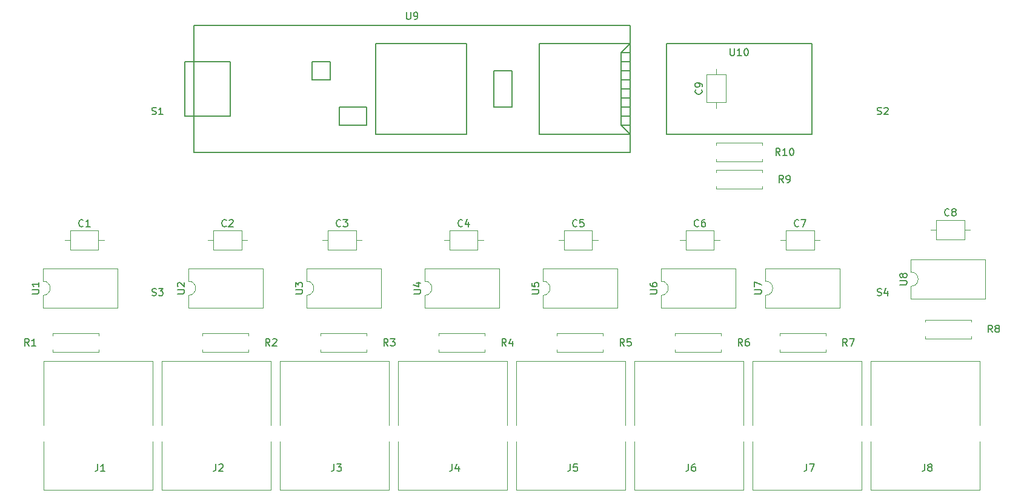
<source format=gto>
G04 #@! TF.FileFunction,Legend,Top*
%FSLAX46Y46*%
G04 Gerber Fmt 4.6, Leading zero omitted, Abs format (unit mm)*
G04 Created by KiCad (PCBNEW 4.0.6) date Sun May 21 15:35:52 2017*
%MOMM*%
%LPD*%
G01*
G04 APERTURE LIST*
%ADD10C,0.100000*%
%ADD11C,0.120000*%
%ADD12C,0.150000*%
G04 APERTURE END LIST*
D10*
D11*
X160660000Y-120900000D02*
X175900000Y-120900000D01*
X175900000Y-102870000D02*
X175890000Y-111860000D01*
X175900000Y-102870000D02*
X160660000Y-102870000D01*
X160660000Y-102870000D02*
X160660000Y-111870000D01*
X175890000Y-114200000D02*
X175900000Y-120900000D01*
X160660000Y-114190000D02*
X160660000Y-120900000D01*
X45090000Y-120900000D02*
X60330000Y-120900000D01*
X60330000Y-102870000D02*
X60320000Y-111860000D01*
X60330000Y-102870000D02*
X45090000Y-102870000D01*
X45090000Y-102870000D02*
X45090000Y-111870000D01*
X60320000Y-114200000D02*
X60330000Y-120900000D01*
X45090000Y-114190000D02*
X45090000Y-120900000D01*
X61600000Y-120900000D02*
X76840000Y-120900000D01*
X76840000Y-102870000D02*
X76830000Y-111860000D01*
X76840000Y-102870000D02*
X61600000Y-102870000D01*
X61600000Y-102870000D02*
X61600000Y-111870000D01*
X76830000Y-114200000D02*
X76840000Y-120900000D01*
X61600000Y-114190000D02*
X61600000Y-120900000D01*
X78110000Y-120900000D02*
X93350000Y-120900000D01*
X93350000Y-102870000D02*
X93340000Y-111860000D01*
X93350000Y-102870000D02*
X78110000Y-102870000D01*
X78110000Y-102870000D02*
X78110000Y-111870000D01*
X93340000Y-114200000D02*
X93350000Y-120900000D01*
X78110000Y-114190000D02*
X78110000Y-120900000D01*
X94620000Y-120900000D02*
X109860000Y-120900000D01*
X109860000Y-102870000D02*
X109850000Y-111860000D01*
X109860000Y-102870000D02*
X94620000Y-102870000D01*
X94620000Y-102870000D02*
X94620000Y-111870000D01*
X109850000Y-114200000D02*
X109860000Y-120900000D01*
X94620000Y-114190000D02*
X94620000Y-120900000D01*
X111130000Y-120900000D02*
X126370000Y-120900000D01*
X126370000Y-102870000D02*
X126360000Y-111860000D01*
X126370000Y-102870000D02*
X111130000Y-102870000D01*
X111130000Y-102870000D02*
X111130000Y-111870000D01*
X126360000Y-114200000D02*
X126370000Y-120900000D01*
X111130000Y-114190000D02*
X111130000Y-120900000D01*
X127640000Y-120900000D02*
X142880000Y-120900000D01*
X142880000Y-102870000D02*
X142870000Y-111860000D01*
X142880000Y-102870000D02*
X127640000Y-102870000D01*
X127640000Y-102870000D02*
X127640000Y-111870000D01*
X142870000Y-114200000D02*
X142880000Y-120900000D01*
X127640000Y-114190000D02*
X127640000Y-120900000D01*
X144150000Y-120900000D02*
X159390000Y-120900000D01*
X159390000Y-102870000D02*
X159380000Y-111860000D01*
X159390000Y-102870000D02*
X144150000Y-102870000D01*
X144150000Y-102870000D02*
X144150000Y-111870000D01*
X159380000Y-114200000D02*
X159390000Y-120900000D01*
X144150000Y-114190000D02*
X144150000Y-120900000D01*
X67275000Y-99350000D02*
X67275000Y-99020000D01*
X67275000Y-99020000D02*
X73695000Y-99020000D01*
X73695000Y-99020000D02*
X73695000Y-99350000D01*
X67275000Y-101310000D02*
X67275000Y-101640000D01*
X67275000Y-101640000D02*
X73695000Y-101640000D01*
X73695000Y-101640000D02*
X73695000Y-101310000D01*
X83785000Y-99350000D02*
X83785000Y-99020000D01*
X83785000Y-99020000D02*
X90205000Y-99020000D01*
X90205000Y-99020000D02*
X90205000Y-99350000D01*
X83785000Y-101310000D02*
X83785000Y-101640000D01*
X83785000Y-101640000D02*
X90205000Y-101640000D01*
X90205000Y-101640000D02*
X90205000Y-101310000D01*
X100295000Y-99350000D02*
X100295000Y-99020000D01*
X100295000Y-99020000D02*
X106715000Y-99020000D01*
X106715000Y-99020000D02*
X106715000Y-99350000D01*
X100295000Y-101310000D02*
X100295000Y-101640000D01*
X100295000Y-101640000D02*
X106715000Y-101640000D01*
X106715000Y-101640000D02*
X106715000Y-101310000D01*
X116805000Y-99350000D02*
X116805000Y-99020000D01*
X116805000Y-99020000D02*
X123225000Y-99020000D01*
X123225000Y-99020000D02*
X123225000Y-99350000D01*
X116805000Y-101310000D02*
X116805000Y-101640000D01*
X116805000Y-101640000D02*
X123225000Y-101640000D01*
X123225000Y-101640000D02*
X123225000Y-101310000D01*
X133315000Y-99350000D02*
X133315000Y-99020000D01*
X133315000Y-99020000D02*
X139735000Y-99020000D01*
X139735000Y-99020000D02*
X139735000Y-99350000D01*
X133315000Y-101310000D02*
X133315000Y-101640000D01*
X133315000Y-101640000D02*
X139735000Y-101640000D01*
X139735000Y-101640000D02*
X139735000Y-101310000D01*
X147920000Y-99350000D02*
X147920000Y-99020000D01*
X147920000Y-99020000D02*
X154340000Y-99020000D01*
X154340000Y-99020000D02*
X154340000Y-99350000D01*
X147920000Y-101310000D02*
X147920000Y-101640000D01*
X147920000Y-101640000D02*
X154340000Y-101640000D01*
X154340000Y-101640000D02*
X154340000Y-101310000D01*
X168240000Y-97445000D02*
X168240000Y-97115000D01*
X168240000Y-97115000D02*
X174660000Y-97115000D01*
X174660000Y-97115000D02*
X174660000Y-97445000D01*
X168240000Y-99405000D02*
X168240000Y-99735000D01*
X168240000Y-99735000D02*
X174660000Y-99735000D01*
X174660000Y-99735000D02*
X174660000Y-99405000D01*
X52740000Y-101310000D02*
X52740000Y-101640000D01*
X52740000Y-101640000D02*
X46320000Y-101640000D01*
X46320000Y-101640000D02*
X46320000Y-101310000D01*
X52740000Y-99350000D02*
X52740000Y-99020000D01*
X52740000Y-99020000D02*
X46320000Y-99020000D01*
X46320000Y-99020000D02*
X46320000Y-99350000D01*
X145450000Y-78450000D02*
X145450000Y-78780000D01*
X145450000Y-78780000D02*
X139030000Y-78780000D01*
X139030000Y-78780000D02*
X139030000Y-78450000D01*
X145450000Y-76490000D02*
X145450000Y-76160000D01*
X145450000Y-76160000D02*
X139030000Y-76160000D01*
X139030000Y-76160000D02*
X139030000Y-76490000D01*
X145450000Y-74640000D02*
X145450000Y-74970000D01*
X145450000Y-74970000D02*
X139030000Y-74970000D01*
X139030000Y-74970000D02*
X139030000Y-74640000D01*
X145450000Y-72680000D02*
X145450000Y-72350000D01*
X145450000Y-72350000D02*
X139030000Y-72350000D01*
X139030000Y-72350000D02*
X139030000Y-72680000D01*
X44965000Y-91710000D02*
G75*
G02X44965000Y-93710000I0J-1000000D01*
G01*
X44965000Y-93710000D02*
X44965000Y-95480000D01*
X44965000Y-95480000D02*
X55365000Y-95480000D01*
X55365000Y-95480000D02*
X55365000Y-89940000D01*
X55365000Y-89940000D02*
X44965000Y-89940000D01*
X44965000Y-89940000D02*
X44965000Y-91710000D01*
X65285000Y-91710000D02*
G75*
G02X65285000Y-93710000I0J-1000000D01*
G01*
X65285000Y-93710000D02*
X65285000Y-95480000D01*
X65285000Y-95480000D02*
X75685000Y-95480000D01*
X75685000Y-95480000D02*
X75685000Y-89940000D01*
X75685000Y-89940000D02*
X65285000Y-89940000D01*
X65285000Y-89940000D02*
X65285000Y-91710000D01*
X81795000Y-91710000D02*
G75*
G02X81795000Y-93710000I0J-1000000D01*
G01*
X81795000Y-93710000D02*
X81795000Y-95480000D01*
X81795000Y-95480000D02*
X92195000Y-95480000D01*
X92195000Y-95480000D02*
X92195000Y-89940000D01*
X92195000Y-89940000D02*
X81795000Y-89940000D01*
X81795000Y-89940000D02*
X81795000Y-91710000D01*
X98305000Y-91710000D02*
G75*
G02X98305000Y-93710000I0J-1000000D01*
G01*
X98305000Y-93710000D02*
X98305000Y-95480000D01*
X98305000Y-95480000D02*
X108705000Y-95480000D01*
X108705000Y-95480000D02*
X108705000Y-89940000D01*
X108705000Y-89940000D02*
X98305000Y-89940000D01*
X98305000Y-89940000D02*
X98305000Y-91710000D01*
X114815000Y-91710000D02*
G75*
G02X114815000Y-93710000I0J-1000000D01*
G01*
X114815000Y-93710000D02*
X114815000Y-95480000D01*
X114815000Y-95480000D02*
X125215000Y-95480000D01*
X125215000Y-95480000D02*
X125215000Y-89940000D01*
X125215000Y-89940000D02*
X114815000Y-89940000D01*
X114815000Y-89940000D02*
X114815000Y-91710000D01*
X131325000Y-91710000D02*
G75*
G02X131325000Y-93710000I0J-1000000D01*
G01*
X131325000Y-93710000D02*
X131325000Y-95480000D01*
X131325000Y-95480000D02*
X141725000Y-95480000D01*
X141725000Y-95480000D02*
X141725000Y-89940000D01*
X141725000Y-89940000D02*
X131325000Y-89940000D01*
X131325000Y-89940000D02*
X131325000Y-91710000D01*
X145930000Y-91710000D02*
G75*
G02X145930000Y-93710000I0J-1000000D01*
G01*
X145930000Y-93710000D02*
X145930000Y-95480000D01*
X145930000Y-95480000D02*
X156330000Y-95480000D01*
X156330000Y-95480000D02*
X156330000Y-89940000D01*
X156330000Y-89940000D02*
X145930000Y-89940000D01*
X145930000Y-89940000D02*
X145930000Y-91710000D01*
X166250000Y-90440000D02*
G75*
G02X166250000Y-92440000I0J-1000000D01*
G01*
X166250000Y-92440000D02*
X166250000Y-94210000D01*
X166250000Y-94210000D02*
X176650000Y-94210000D01*
X176650000Y-94210000D02*
X176650000Y-88670000D01*
X176650000Y-88670000D02*
X166250000Y-88670000D01*
X166250000Y-88670000D02*
X166250000Y-90440000D01*
D12*
X82550000Y-60960000D02*
X82550000Y-63500000D01*
X82550000Y-63500000D02*
X85090000Y-63500000D01*
X85090000Y-63500000D02*
X85090000Y-60960000D01*
X85090000Y-60960000D02*
X82550000Y-60960000D01*
X90170000Y-69850000D02*
X86360000Y-69850000D01*
X86360000Y-69850000D02*
X86360000Y-67310000D01*
X86360000Y-67310000D02*
X90170000Y-67310000D01*
X90170000Y-67310000D02*
X90170000Y-69850000D01*
X104140000Y-71120000D02*
X104140000Y-58420000D01*
X91440000Y-58420000D02*
X91440000Y-71120000D01*
X91440000Y-71120000D02*
X104140000Y-71120000D01*
X91440000Y-58420000D02*
X104140000Y-58420000D01*
X125730000Y-69850000D02*
X127000000Y-69850000D01*
X125730000Y-68580000D02*
X127000000Y-68580000D01*
X125730000Y-67310000D02*
X127000000Y-67310000D01*
X125730000Y-66040000D02*
X127000000Y-66040000D01*
X125730000Y-64770000D02*
X127000000Y-64770000D01*
X125730000Y-63500000D02*
X127000000Y-63500000D01*
X125730000Y-62230000D02*
X127000000Y-62230000D01*
X125730000Y-60960000D02*
X127000000Y-60960000D01*
X125730000Y-59690000D02*
X127000000Y-59690000D01*
X127000000Y-71120000D02*
X125730000Y-69850000D01*
X125730000Y-69850000D02*
X125730000Y-59690000D01*
X125730000Y-59690000D02*
X127000000Y-58420000D01*
X127000000Y-58420000D02*
X114300000Y-58420000D01*
X114300000Y-58420000D02*
X114300000Y-71120000D01*
X114300000Y-71120000D02*
X127000000Y-71120000D01*
X127000000Y-55880000D02*
X66040000Y-55880000D01*
X66040000Y-73660000D02*
X127000000Y-73660000D01*
X66040000Y-68580000D02*
X64770000Y-68580000D01*
X64770000Y-68580000D02*
X64770000Y-60960000D01*
X64770000Y-60960000D02*
X66040000Y-60960000D01*
X71120000Y-68580000D02*
X71120000Y-60960000D01*
X71120000Y-60960000D02*
X66040000Y-60960000D01*
X71120000Y-68580000D02*
X66040000Y-68580000D01*
X110490000Y-62230000D02*
X110490000Y-67310000D01*
X110490000Y-67310000D02*
X107950000Y-67310000D01*
X107950000Y-67310000D02*
X107950000Y-62230000D01*
X107950000Y-62230000D02*
X110490000Y-62230000D01*
X127000000Y-55880000D02*
X127000000Y-73660000D01*
X66040000Y-73660000D02*
X66040000Y-55880000D01*
X132080000Y-58420000D02*
X132080000Y-71120000D01*
X132080000Y-71120000D02*
X152400000Y-71120000D01*
X152400000Y-71120000D02*
X152400000Y-58420000D01*
X152400000Y-58420000D02*
X132080000Y-58420000D01*
D11*
X48790000Y-84640000D02*
X48790000Y-87360000D01*
X48790000Y-87360000D02*
X52710000Y-87360000D01*
X52710000Y-87360000D02*
X52710000Y-84640000D01*
X52710000Y-84640000D02*
X48790000Y-84640000D01*
X47980000Y-86000000D02*
X48790000Y-86000000D01*
X53520000Y-86000000D02*
X52710000Y-86000000D01*
X68790000Y-84640000D02*
X68790000Y-87360000D01*
X68790000Y-87360000D02*
X72710000Y-87360000D01*
X72710000Y-87360000D02*
X72710000Y-84640000D01*
X72710000Y-84640000D02*
X68790000Y-84640000D01*
X67980000Y-86000000D02*
X68790000Y-86000000D01*
X73520000Y-86000000D02*
X72710000Y-86000000D01*
X84790000Y-84640000D02*
X84790000Y-87360000D01*
X84790000Y-87360000D02*
X88710000Y-87360000D01*
X88710000Y-87360000D02*
X88710000Y-84640000D01*
X88710000Y-84640000D02*
X84790000Y-84640000D01*
X83980000Y-86000000D02*
X84790000Y-86000000D01*
X89520000Y-86000000D02*
X88710000Y-86000000D01*
X101790000Y-84640000D02*
X101790000Y-87360000D01*
X101790000Y-87360000D02*
X105710000Y-87360000D01*
X105710000Y-87360000D02*
X105710000Y-84640000D01*
X105710000Y-84640000D02*
X101790000Y-84640000D01*
X100980000Y-86000000D02*
X101790000Y-86000000D01*
X106520000Y-86000000D02*
X105710000Y-86000000D01*
X117790000Y-84640000D02*
X117790000Y-87360000D01*
X117790000Y-87360000D02*
X121710000Y-87360000D01*
X121710000Y-87360000D02*
X121710000Y-84640000D01*
X121710000Y-84640000D02*
X117790000Y-84640000D01*
X116980000Y-86000000D02*
X117790000Y-86000000D01*
X122520000Y-86000000D02*
X121710000Y-86000000D01*
X134790000Y-84640000D02*
X134790000Y-87360000D01*
X134790000Y-87360000D02*
X138710000Y-87360000D01*
X138710000Y-87360000D02*
X138710000Y-84640000D01*
X138710000Y-84640000D02*
X134790000Y-84640000D01*
X133980000Y-86000000D02*
X134790000Y-86000000D01*
X139520000Y-86000000D02*
X138710000Y-86000000D01*
X148790000Y-84640000D02*
X148790000Y-87360000D01*
X148790000Y-87360000D02*
X152710000Y-87360000D01*
X152710000Y-87360000D02*
X152710000Y-84640000D01*
X152710000Y-84640000D02*
X148790000Y-84640000D01*
X147980000Y-86000000D02*
X148790000Y-86000000D01*
X153520000Y-86000000D02*
X152710000Y-86000000D01*
X169790000Y-83140000D02*
X169790000Y-85860000D01*
X169790000Y-85860000D02*
X173710000Y-85860000D01*
X173710000Y-85860000D02*
X173710000Y-83140000D01*
X173710000Y-83140000D02*
X169790000Y-83140000D01*
X168980000Y-84500000D02*
X169790000Y-84500000D01*
X174520000Y-84500000D02*
X173710000Y-84500000D01*
X137640000Y-66710000D02*
X140360000Y-66710000D01*
X140360000Y-66710000D02*
X140360000Y-62790000D01*
X140360000Y-62790000D02*
X137640000Y-62790000D01*
X137640000Y-62790000D02*
X137640000Y-66710000D01*
X139000000Y-67520000D02*
X139000000Y-66710000D01*
X139000000Y-61980000D02*
X139000000Y-62790000D01*
D12*
X168196667Y-117312381D02*
X168196667Y-118026667D01*
X168149047Y-118169524D01*
X168053809Y-118264762D01*
X167910952Y-118312381D01*
X167815714Y-118312381D01*
X168815714Y-117740952D02*
X168720476Y-117693333D01*
X168672857Y-117645714D01*
X168625238Y-117550476D01*
X168625238Y-117502857D01*
X168672857Y-117407619D01*
X168720476Y-117360000D01*
X168815714Y-117312381D01*
X169006191Y-117312381D01*
X169101429Y-117360000D01*
X169149048Y-117407619D01*
X169196667Y-117502857D01*
X169196667Y-117550476D01*
X169149048Y-117645714D01*
X169101429Y-117693333D01*
X169006191Y-117740952D01*
X168815714Y-117740952D01*
X168720476Y-117788571D01*
X168672857Y-117836190D01*
X168625238Y-117931429D01*
X168625238Y-118121905D01*
X168672857Y-118217143D01*
X168720476Y-118264762D01*
X168815714Y-118312381D01*
X169006191Y-118312381D01*
X169101429Y-118264762D01*
X169149048Y-118217143D01*
X169196667Y-118121905D01*
X169196667Y-117931429D01*
X169149048Y-117836190D01*
X169101429Y-117788571D01*
X169006191Y-117740952D01*
X52626667Y-117312381D02*
X52626667Y-118026667D01*
X52579047Y-118169524D01*
X52483809Y-118264762D01*
X52340952Y-118312381D01*
X52245714Y-118312381D01*
X53626667Y-118312381D02*
X53055238Y-118312381D01*
X53340952Y-118312381D02*
X53340952Y-117312381D01*
X53245714Y-117455238D01*
X53150476Y-117550476D01*
X53055238Y-117598095D01*
X69136667Y-117312381D02*
X69136667Y-118026667D01*
X69089047Y-118169524D01*
X68993809Y-118264762D01*
X68850952Y-118312381D01*
X68755714Y-118312381D01*
X69565238Y-117407619D02*
X69612857Y-117360000D01*
X69708095Y-117312381D01*
X69946191Y-117312381D01*
X70041429Y-117360000D01*
X70089048Y-117407619D01*
X70136667Y-117502857D01*
X70136667Y-117598095D01*
X70089048Y-117740952D01*
X69517619Y-118312381D01*
X70136667Y-118312381D01*
X85646667Y-117312381D02*
X85646667Y-118026667D01*
X85599047Y-118169524D01*
X85503809Y-118264762D01*
X85360952Y-118312381D01*
X85265714Y-118312381D01*
X86027619Y-117312381D02*
X86646667Y-117312381D01*
X86313333Y-117693333D01*
X86456191Y-117693333D01*
X86551429Y-117740952D01*
X86599048Y-117788571D01*
X86646667Y-117883810D01*
X86646667Y-118121905D01*
X86599048Y-118217143D01*
X86551429Y-118264762D01*
X86456191Y-118312381D01*
X86170476Y-118312381D01*
X86075238Y-118264762D01*
X86027619Y-118217143D01*
X102156667Y-117312381D02*
X102156667Y-118026667D01*
X102109047Y-118169524D01*
X102013809Y-118264762D01*
X101870952Y-118312381D01*
X101775714Y-118312381D01*
X103061429Y-117645714D02*
X103061429Y-118312381D01*
X102823333Y-117264762D02*
X102585238Y-117979048D01*
X103204286Y-117979048D01*
X118666667Y-117312381D02*
X118666667Y-118026667D01*
X118619047Y-118169524D01*
X118523809Y-118264762D01*
X118380952Y-118312381D01*
X118285714Y-118312381D01*
X119619048Y-117312381D02*
X119142857Y-117312381D01*
X119095238Y-117788571D01*
X119142857Y-117740952D01*
X119238095Y-117693333D01*
X119476191Y-117693333D01*
X119571429Y-117740952D01*
X119619048Y-117788571D01*
X119666667Y-117883810D01*
X119666667Y-118121905D01*
X119619048Y-118217143D01*
X119571429Y-118264762D01*
X119476191Y-118312381D01*
X119238095Y-118312381D01*
X119142857Y-118264762D01*
X119095238Y-118217143D01*
X135176667Y-117312381D02*
X135176667Y-118026667D01*
X135129047Y-118169524D01*
X135033809Y-118264762D01*
X134890952Y-118312381D01*
X134795714Y-118312381D01*
X136081429Y-117312381D02*
X135890952Y-117312381D01*
X135795714Y-117360000D01*
X135748095Y-117407619D01*
X135652857Y-117550476D01*
X135605238Y-117740952D01*
X135605238Y-118121905D01*
X135652857Y-118217143D01*
X135700476Y-118264762D01*
X135795714Y-118312381D01*
X135986191Y-118312381D01*
X136081429Y-118264762D01*
X136129048Y-118217143D01*
X136176667Y-118121905D01*
X136176667Y-117883810D01*
X136129048Y-117788571D01*
X136081429Y-117740952D01*
X135986191Y-117693333D01*
X135795714Y-117693333D01*
X135700476Y-117740952D01*
X135652857Y-117788571D01*
X135605238Y-117883810D01*
X151686667Y-117312381D02*
X151686667Y-118026667D01*
X151639047Y-118169524D01*
X151543809Y-118264762D01*
X151400952Y-118312381D01*
X151305714Y-118312381D01*
X152067619Y-117312381D02*
X152734286Y-117312381D01*
X152305714Y-118312381D01*
X76668334Y-100782381D02*
X76335000Y-100306190D01*
X76096905Y-100782381D02*
X76096905Y-99782381D01*
X76477858Y-99782381D01*
X76573096Y-99830000D01*
X76620715Y-99877619D01*
X76668334Y-99972857D01*
X76668334Y-100115714D01*
X76620715Y-100210952D01*
X76573096Y-100258571D01*
X76477858Y-100306190D01*
X76096905Y-100306190D01*
X77049286Y-99877619D02*
X77096905Y-99830000D01*
X77192143Y-99782381D01*
X77430239Y-99782381D01*
X77525477Y-99830000D01*
X77573096Y-99877619D01*
X77620715Y-99972857D01*
X77620715Y-100068095D01*
X77573096Y-100210952D01*
X77001667Y-100782381D01*
X77620715Y-100782381D01*
X93178334Y-100782381D02*
X92845000Y-100306190D01*
X92606905Y-100782381D02*
X92606905Y-99782381D01*
X92987858Y-99782381D01*
X93083096Y-99830000D01*
X93130715Y-99877619D01*
X93178334Y-99972857D01*
X93178334Y-100115714D01*
X93130715Y-100210952D01*
X93083096Y-100258571D01*
X92987858Y-100306190D01*
X92606905Y-100306190D01*
X93511667Y-99782381D02*
X94130715Y-99782381D01*
X93797381Y-100163333D01*
X93940239Y-100163333D01*
X94035477Y-100210952D01*
X94083096Y-100258571D01*
X94130715Y-100353810D01*
X94130715Y-100591905D01*
X94083096Y-100687143D01*
X94035477Y-100734762D01*
X93940239Y-100782381D01*
X93654524Y-100782381D01*
X93559286Y-100734762D01*
X93511667Y-100687143D01*
X109688334Y-100782381D02*
X109355000Y-100306190D01*
X109116905Y-100782381D02*
X109116905Y-99782381D01*
X109497858Y-99782381D01*
X109593096Y-99830000D01*
X109640715Y-99877619D01*
X109688334Y-99972857D01*
X109688334Y-100115714D01*
X109640715Y-100210952D01*
X109593096Y-100258571D01*
X109497858Y-100306190D01*
X109116905Y-100306190D01*
X110545477Y-100115714D02*
X110545477Y-100782381D01*
X110307381Y-99734762D02*
X110069286Y-100449048D01*
X110688334Y-100449048D01*
X126198334Y-100782381D02*
X125865000Y-100306190D01*
X125626905Y-100782381D02*
X125626905Y-99782381D01*
X126007858Y-99782381D01*
X126103096Y-99830000D01*
X126150715Y-99877619D01*
X126198334Y-99972857D01*
X126198334Y-100115714D01*
X126150715Y-100210952D01*
X126103096Y-100258571D01*
X126007858Y-100306190D01*
X125626905Y-100306190D01*
X127103096Y-99782381D02*
X126626905Y-99782381D01*
X126579286Y-100258571D01*
X126626905Y-100210952D01*
X126722143Y-100163333D01*
X126960239Y-100163333D01*
X127055477Y-100210952D01*
X127103096Y-100258571D01*
X127150715Y-100353810D01*
X127150715Y-100591905D01*
X127103096Y-100687143D01*
X127055477Y-100734762D01*
X126960239Y-100782381D01*
X126722143Y-100782381D01*
X126626905Y-100734762D01*
X126579286Y-100687143D01*
X142708334Y-100782381D02*
X142375000Y-100306190D01*
X142136905Y-100782381D02*
X142136905Y-99782381D01*
X142517858Y-99782381D01*
X142613096Y-99830000D01*
X142660715Y-99877619D01*
X142708334Y-99972857D01*
X142708334Y-100115714D01*
X142660715Y-100210952D01*
X142613096Y-100258571D01*
X142517858Y-100306190D01*
X142136905Y-100306190D01*
X143565477Y-99782381D02*
X143375000Y-99782381D01*
X143279762Y-99830000D01*
X143232143Y-99877619D01*
X143136905Y-100020476D01*
X143089286Y-100210952D01*
X143089286Y-100591905D01*
X143136905Y-100687143D01*
X143184524Y-100734762D01*
X143279762Y-100782381D01*
X143470239Y-100782381D01*
X143565477Y-100734762D01*
X143613096Y-100687143D01*
X143660715Y-100591905D01*
X143660715Y-100353810D01*
X143613096Y-100258571D01*
X143565477Y-100210952D01*
X143470239Y-100163333D01*
X143279762Y-100163333D01*
X143184524Y-100210952D01*
X143136905Y-100258571D01*
X143089286Y-100353810D01*
X157313334Y-100782381D02*
X156980000Y-100306190D01*
X156741905Y-100782381D02*
X156741905Y-99782381D01*
X157122858Y-99782381D01*
X157218096Y-99830000D01*
X157265715Y-99877619D01*
X157313334Y-99972857D01*
X157313334Y-100115714D01*
X157265715Y-100210952D01*
X157218096Y-100258571D01*
X157122858Y-100306190D01*
X156741905Y-100306190D01*
X157646667Y-99782381D02*
X158313334Y-99782381D01*
X157884762Y-100782381D01*
X177633334Y-98877381D02*
X177300000Y-98401190D01*
X177061905Y-98877381D02*
X177061905Y-97877381D01*
X177442858Y-97877381D01*
X177538096Y-97925000D01*
X177585715Y-97972619D01*
X177633334Y-98067857D01*
X177633334Y-98210714D01*
X177585715Y-98305952D01*
X177538096Y-98353571D01*
X177442858Y-98401190D01*
X177061905Y-98401190D01*
X178204762Y-98305952D02*
X178109524Y-98258333D01*
X178061905Y-98210714D01*
X178014286Y-98115476D01*
X178014286Y-98067857D01*
X178061905Y-97972619D01*
X178109524Y-97925000D01*
X178204762Y-97877381D01*
X178395239Y-97877381D01*
X178490477Y-97925000D01*
X178538096Y-97972619D01*
X178585715Y-98067857D01*
X178585715Y-98115476D01*
X178538096Y-98210714D01*
X178490477Y-98258333D01*
X178395239Y-98305952D01*
X178204762Y-98305952D01*
X178109524Y-98353571D01*
X178061905Y-98401190D01*
X178014286Y-98496429D01*
X178014286Y-98686905D01*
X178061905Y-98782143D01*
X178109524Y-98829762D01*
X178204762Y-98877381D01*
X178395239Y-98877381D01*
X178490477Y-98829762D01*
X178538096Y-98782143D01*
X178585715Y-98686905D01*
X178585715Y-98496429D01*
X178538096Y-98401190D01*
X178490477Y-98353571D01*
X178395239Y-98305952D01*
X43013334Y-100782381D02*
X42680000Y-100306190D01*
X42441905Y-100782381D02*
X42441905Y-99782381D01*
X42822858Y-99782381D01*
X42918096Y-99830000D01*
X42965715Y-99877619D01*
X43013334Y-99972857D01*
X43013334Y-100115714D01*
X42965715Y-100210952D01*
X42918096Y-100258571D01*
X42822858Y-100306190D01*
X42441905Y-100306190D01*
X43965715Y-100782381D02*
X43394286Y-100782381D01*
X43680000Y-100782381D02*
X43680000Y-99782381D01*
X43584762Y-99925238D01*
X43489524Y-100020476D01*
X43394286Y-100068095D01*
X148423334Y-77922381D02*
X148090000Y-77446190D01*
X147851905Y-77922381D02*
X147851905Y-76922381D01*
X148232858Y-76922381D01*
X148328096Y-76970000D01*
X148375715Y-77017619D01*
X148423334Y-77112857D01*
X148423334Y-77255714D01*
X148375715Y-77350952D01*
X148328096Y-77398571D01*
X148232858Y-77446190D01*
X147851905Y-77446190D01*
X148899524Y-77922381D02*
X149090000Y-77922381D01*
X149185239Y-77874762D01*
X149232858Y-77827143D01*
X149328096Y-77684286D01*
X149375715Y-77493810D01*
X149375715Y-77112857D01*
X149328096Y-77017619D01*
X149280477Y-76970000D01*
X149185239Y-76922381D01*
X148994762Y-76922381D01*
X148899524Y-76970000D01*
X148851905Y-77017619D01*
X148804286Y-77112857D01*
X148804286Y-77350952D01*
X148851905Y-77446190D01*
X148899524Y-77493810D01*
X148994762Y-77541429D01*
X149185239Y-77541429D01*
X149280477Y-77493810D01*
X149328096Y-77446190D01*
X149375715Y-77350952D01*
X147947143Y-74112381D02*
X147613809Y-73636190D01*
X147375714Y-74112381D02*
X147375714Y-73112381D01*
X147756667Y-73112381D01*
X147851905Y-73160000D01*
X147899524Y-73207619D01*
X147947143Y-73302857D01*
X147947143Y-73445714D01*
X147899524Y-73540952D01*
X147851905Y-73588571D01*
X147756667Y-73636190D01*
X147375714Y-73636190D01*
X148899524Y-74112381D02*
X148328095Y-74112381D01*
X148613809Y-74112381D02*
X148613809Y-73112381D01*
X148518571Y-73255238D01*
X148423333Y-73350476D01*
X148328095Y-73398095D01*
X149518571Y-73112381D02*
X149613810Y-73112381D01*
X149709048Y-73160000D01*
X149756667Y-73207619D01*
X149804286Y-73302857D01*
X149851905Y-73493333D01*
X149851905Y-73731429D01*
X149804286Y-73921905D01*
X149756667Y-74017143D01*
X149709048Y-74064762D01*
X149613810Y-74112381D01*
X149518571Y-74112381D01*
X149423333Y-74064762D01*
X149375714Y-74017143D01*
X149328095Y-73921905D01*
X149280476Y-73731429D01*
X149280476Y-73493333D01*
X149328095Y-73302857D01*
X149375714Y-73207619D01*
X149423333Y-73160000D01*
X149518571Y-73112381D01*
X43417381Y-93471905D02*
X44226905Y-93471905D01*
X44322143Y-93424286D01*
X44369762Y-93376667D01*
X44417381Y-93281429D01*
X44417381Y-93090952D01*
X44369762Y-92995714D01*
X44322143Y-92948095D01*
X44226905Y-92900476D01*
X43417381Y-92900476D01*
X44417381Y-91900476D02*
X44417381Y-92471905D01*
X44417381Y-92186191D02*
X43417381Y-92186191D01*
X43560238Y-92281429D01*
X43655476Y-92376667D01*
X43703095Y-92471905D01*
X63737381Y-93471905D02*
X64546905Y-93471905D01*
X64642143Y-93424286D01*
X64689762Y-93376667D01*
X64737381Y-93281429D01*
X64737381Y-93090952D01*
X64689762Y-92995714D01*
X64642143Y-92948095D01*
X64546905Y-92900476D01*
X63737381Y-92900476D01*
X63832619Y-92471905D02*
X63785000Y-92424286D01*
X63737381Y-92329048D01*
X63737381Y-92090952D01*
X63785000Y-91995714D01*
X63832619Y-91948095D01*
X63927857Y-91900476D01*
X64023095Y-91900476D01*
X64165952Y-91948095D01*
X64737381Y-92519524D01*
X64737381Y-91900476D01*
X80247381Y-93471905D02*
X81056905Y-93471905D01*
X81152143Y-93424286D01*
X81199762Y-93376667D01*
X81247381Y-93281429D01*
X81247381Y-93090952D01*
X81199762Y-92995714D01*
X81152143Y-92948095D01*
X81056905Y-92900476D01*
X80247381Y-92900476D01*
X80247381Y-92519524D02*
X80247381Y-91900476D01*
X80628333Y-92233810D01*
X80628333Y-92090952D01*
X80675952Y-91995714D01*
X80723571Y-91948095D01*
X80818810Y-91900476D01*
X81056905Y-91900476D01*
X81152143Y-91948095D01*
X81199762Y-91995714D01*
X81247381Y-92090952D01*
X81247381Y-92376667D01*
X81199762Y-92471905D01*
X81152143Y-92519524D01*
X96757381Y-93471905D02*
X97566905Y-93471905D01*
X97662143Y-93424286D01*
X97709762Y-93376667D01*
X97757381Y-93281429D01*
X97757381Y-93090952D01*
X97709762Y-92995714D01*
X97662143Y-92948095D01*
X97566905Y-92900476D01*
X96757381Y-92900476D01*
X97090714Y-91995714D02*
X97757381Y-91995714D01*
X96709762Y-92233810D02*
X97424048Y-92471905D01*
X97424048Y-91852857D01*
X113267381Y-93471905D02*
X114076905Y-93471905D01*
X114172143Y-93424286D01*
X114219762Y-93376667D01*
X114267381Y-93281429D01*
X114267381Y-93090952D01*
X114219762Y-92995714D01*
X114172143Y-92948095D01*
X114076905Y-92900476D01*
X113267381Y-92900476D01*
X113267381Y-91948095D02*
X113267381Y-92424286D01*
X113743571Y-92471905D01*
X113695952Y-92424286D01*
X113648333Y-92329048D01*
X113648333Y-92090952D01*
X113695952Y-91995714D01*
X113743571Y-91948095D01*
X113838810Y-91900476D01*
X114076905Y-91900476D01*
X114172143Y-91948095D01*
X114219762Y-91995714D01*
X114267381Y-92090952D01*
X114267381Y-92329048D01*
X114219762Y-92424286D01*
X114172143Y-92471905D01*
X129777381Y-93471905D02*
X130586905Y-93471905D01*
X130682143Y-93424286D01*
X130729762Y-93376667D01*
X130777381Y-93281429D01*
X130777381Y-93090952D01*
X130729762Y-92995714D01*
X130682143Y-92948095D01*
X130586905Y-92900476D01*
X129777381Y-92900476D01*
X129777381Y-91995714D02*
X129777381Y-92186191D01*
X129825000Y-92281429D01*
X129872619Y-92329048D01*
X130015476Y-92424286D01*
X130205952Y-92471905D01*
X130586905Y-92471905D01*
X130682143Y-92424286D01*
X130729762Y-92376667D01*
X130777381Y-92281429D01*
X130777381Y-92090952D01*
X130729762Y-91995714D01*
X130682143Y-91948095D01*
X130586905Y-91900476D01*
X130348810Y-91900476D01*
X130253571Y-91948095D01*
X130205952Y-91995714D01*
X130158333Y-92090952D01*
X130158333Y-92281429D01*
X130205952Y-92376667D01*
X130253571Y-92424286D01*
X130348810Y-92471905D01*
X144382381Y-93471905D02*
X145191905Y-93471905D01*
X145287143Y-93424286D01*
X145334762Y-93376667D01*
X145382381Y-93281429D01*
X145382381Y-93090952D01*
X145334762Y-92995714D01*
X145287143Y-92948095D01*
X145191905Y-92900476D01*
X144382381Y-92900476D01*
X144382381Y-92519524D02*
X144382381Y-91852857D01*
X145382381Y-92281429D01*
X164702381Y-92201905D02*
X165511905Y-92201905D01*
X165607143Y-92154286D01*
X165654762Y-92106667D01*
X165702381Y-92011429D01*
X165702381Y-91820952D01*
X165654762Y-91725714D01*
X165607143Y-91678095D01*
X165511905Y-91630476D01*
X164702381Y-91630476D01*
X165130952Y-91011429D02*
X165083333Y-91106667D01*
X165035714Y-91154286D01*
X164940476Y-91201905D01*
X164892857Y-91201905D01*
X164797619Y-91154286D01*
X164750000Y-91106667D01*
X164702381Y-91011429D01*
X164702381Y-90820952D01*
X164750000Y-90725714D01*
X164797619Y-90678095D01*
X164892857Y-90630476D01*
X164940476Y-90630476D01*
X165035714Y-90678095D01*
X165083333Y-90725714D01*
X165130952Y-90820952D01*
X165130952Y-91011429D01*
X165178571Y-91106667D01*
X165226190Y-91154286D01*
X165321429Y-91201905D01*
X165511905Y-91201905D01*
X165607143Y-91154286D01*
X165654762Y-91106667D01*
X165702381Y-91011429D01*
X165702381Y-90820952D01*
X165654762Y-90725714D01*
X165607143Y-90678095D01*
X165511905Y-90630476D01*
X165321429Y-90630476D01*
X165226190Y-90678095D01*
X165178571Y-90725714D01*
X165130952Y-90820952D01*
X95758095Y-54062381D02*
X95758095Y-54871905D01*
X95805714Y-54967143D01*
X95853333Y-55014762D01*
X95948571Y-55062381D01*
X96139048Y-55062381D01*
X96234286Y-55014762D01*
X96281905Y-54967143D01*
X96329524Y-54871905D01*
X96329524Y-54062381D01*
X96853333Y-55062381D02*
X97043809Y-55062381D01*
X97139048Y-55014762D01*
X97186667Y-54967143D01*
X97281905Y-54824286D01*
X97329524Y-54633810D01*
X97329524Y-54252857D01*
X97281905Y-54157619D01*
X97234286Y-54110000D01*
X97139048Y-54062381D01*
X96948571Y-54062381D01*
X96853333Y-54110000D01*
X96805714Y-54157619D01*
X96758095Y-54252857D01*
X96758095Y-54490952D01*
X96805714Y-54586190D01*
X96853333Y-54633810D01*
X96948571Y-54681429D01*
X97139048Y-54681429D01*
X97234286Y-54633810D01*
X97281905Y-54586190D01*
X97329524Y-54490952D01*
X141001905Y-59142381D02*
X141001905Y-59951905D01*
X141049524Y-60047143D01*
X141097143Y-60094762D01*
X141192381Y-60142381D01*
X141382858Y-60142381D01*
X141478096Y-60094762D01*
X141525715Y-60047143D01*
X141573334Y-59951905D01*
X141573334Y-59142381D01*
X142573334Y-60142381D02*
X142001905Y-60142381D01*
X142287619Y-60142381D02*
X142287619Y-59142381D01*
X142192381Y-59285238D01*
X142097143Y-59380476D01*
X142001905Y-59428095D01*
X143192381Y-59142381D02*
X143287620Y-59142381D01*
X143382858Y-59190000D01*
X143430477Y-59237619D01*
X143478096Y-59332857D01*
X143525715Y-59523333D01*
X143525715Y-59761429D01*
X143478096Y-59951905D01*
X143430477Y-60047143D01*
X143382858Y-60094762D01*
X143287620Y-60142381D01*
X143192381Y-60142381D01*
X143097143Y-60094762D01*
X143049524Y-60047143D01*
X143001905Y-59951905D01*
X142954286Y-59761429D01*
X142954286Y-59523333D01*
X143001905Y-59332857D01*
X143049524Y-59237619D01*
X143097143Y-59190000D01*
X143192381Y-59142381D01*
X60198095Y-93694762D02*
X60340952Y-93742381D01*
X60579048Y-93742381D01*
X60674286Y-93694762D01*
X60721905Y-93647143D01*
X60769524Y-93551905D01*
X60769524Y-93456667D01*
X60721905Y-93361429D01*
X60674286Y-93313810D01*
X60579048Y-93266190D01*
X60388571Y-93218571D01*
X60293333Y-93170952D01*
X60245714Y-93123333D01*
X60198095Y-93028095D01*
X60198095Y-92932857D01*
X60245714Y-92837619D01*
X60293333Y-92790000D01*
X60388571Y-92742381D01*
X60626667Y-92742381D01*
X60769524Y-92790000D01*
X61102857Y-92742381D02*
X61721905Y-92742381D01*
X61388571Y-93123333D01*
X61531429Y-93123333D01*
X61626667Y-93170952D01*
X61674286Y-93218571D01*
X61721905Y-93313810D01*
X61721905Y-93551905D01*
X61674286Y-93647143D01*
X61626667Y-93694762D01*
X61531429Y-93742381D01*
X61245714Y-93742381D01*
X61150476Y-93694762D01*
X61102857Y-93647143D01*
X161544095Y-93694762D02*
X161686952Y-93742381D01*
X161925048Y-93742381D01*
X162020286Y-93694762D01*
X162067905Y-93647143D01*
X162115524Y-93551905D01*
X162115524Y-93456667D01*
X162067905Y-93361429D01*
X162020286Y-93313810D01*
X161925048Y-93266190D01*
X161734571Y-93218571D01*
X161639333Y-93170952D01*
X161591714Y-93123333D01*
X161544095Y-93028095D01*
X161544095Y-92932857D01*
X161591714Y-92837619D01*
X161639333Y-92790000D01*
X161734571Y-92742381D01*
X161972667Y-92742381D01*
X162115524Y-92790000D01*
X162972667Y-93075714D02*
X162972667Y-93742381D01*
X162734571Y-92694762D02*
X162496476Y-93409048D01*
X163115524Y-93409048D01*
X60198095Y-68358262D02*
X60340952Y-68405881D01*
X60579048Y-68405881D01*
X60674286Y-68358262D01*
X60721905Y-68310643D01*
X60769524Y-68215405D01*
X60769524Y-68120167D01*
X60721905Y-68024929D01*
X60674286Y-67977310D01*
X60579048Y-67929690D01*
X60388571Y-67882071D01*
X60293333Y-67834452D01*
X60245714Y-67786833D01*
X60198095Y-67691595D01*
X60198095Y-67596357D01*
X60245714Y-67501119D01*
X60293333Y-67453500D01*
X60388571Y-67405881D01*
X60626667Y-67405881D01*
X60769524Y-67453500D01*
X61721905Y-68405881D02*
X61150476Y-68405881D01*
X61436190Y-68405881D02*
X61436190Y-67405881D01*
X61340952Y-67548738D01*
X61245714Y-67643976D01*
X61150476Y-67691595D01*
X161544095Y-68358262D02*
X161686952Y-68405881D01*
X161925048Y-68405881D01*
X162020286Y-68358262D01*
X162067905Y-68310643D01*
X162115524Y-68215405D01*
X162115524Y-68120167D01*
X162067905Y-68024929D01*
X162020286Y-67977310D01*
X161925048Y-67929690D01*
X161734571Y-67882071D01*
X161639333Y-67834452D01*
X161591714Y-67786833D01*
X161544095Y-67691595D01*
X161544095Y-67596357D01*
X161591714Y-67501119D01*
X161639333Y-67453500D01*
X161734571Y-67405881D01*
X161972667Y-67405881D01*
X162115524Y-67453500D01*
X162496476Y-67501119D02*
X162544095Y-67453500D01*
X162639333Y-67405881D01*
X162877429Y-67405881D01*
X162972667Y-67453500D01*
X163020286Y-67501119D01*
X163067905Y-67596357D01*
X163067905Y-67691595D01*
X163020286Y-67834452D01*
X162448857Y-68405881D01*
X163067905Y-68405881D01*
X50583334Y-83997143D02*
X50535715Y-84044762D01*
X50392858Y-84092381D01*
X50297620Y-84092381D01*
X50154762Y-84044762D01*
X50059524Y-83949524D01*
X50011905Y-83854286D01*
X49964286Y-83663810D01*
X49964286Y-83520952D01*
X50011905Y-83330476D01*
X50059524Y-83235238D01*
X50154762Y-83140000D01*
X50297620Y-83092381D01*
X50392858Y-83092381D01*
X50535715Y-83140000D01*
X50583334Y-83187619D01*
X51535715Y-84092381D02*
X50964286Y-84092381D01*
X51250000Y-84092381D02*
X51250000Y-83092381D01*
X51154762Y-83235238D01*
X51059524Y-83330476D01*
X50964286Y-83378095D01*
X70583334Y-83997143D02*
X70535715Y-84044762D01*
X70392858Y-84092381D01*
X70297620Y-84092381D01*
X70154762Y-84044762D01*
X70059524Y-83949524D01*
X70011905Y-83854286D01*
X69964286Y-83663810D01*
X69964286Y-83520952D01*
X70011905Y-83330476D01*
X70059524Y-83235238D01*
X70154762Y-83140000D01*
X70297620Y-83092381D01*
X70392858Y-83092381D01*
X70535715Y-83140000D01*
X70583334Y-83187619D01*
X70964286Y-83187619D02*
X71011905Y-83140000D01*
X71107143Y-83092381D01*
X71345239Y-83092381D01*
X71440477Y-83140000D01*
X71488096Y-83187619D01*
X71535715Y-83282857D01*
X71535715Y-83378095D01*
X71488096Y-83520952D01*
X70916667Y-84092381D01*
X71535715Y-84092381D01*
X86583334Y-83997143D02*
X86535715Y-84044762D01*
X86392858Y-84092381D01*
X86297620Y-84092381D01*
X86154762Y-84044762D01*
X86059524Y-83949524D01*
X86011905Y-83854286D01*
X85964286Y-83663810D01*
X85964286Y-83520952D01*
X86011905Y-83330476D01*
X86059524Y-83235238D01*
X86154762Y-83140000D01*
X86297620Y-83092381D01*
X86392858Y-83092381D01*
X86535715Y-83140000D01*
X86583334Y-83187619D01*
X86916667Y-83092381D02*
X87535715Y-83092381D01*
X87202381Y-83473333D01*
X87345239Y-83473333D01*
X87440477Y-83520952D01*
X87488096Y-83568571D01*
X87535715Y-83663810D01*
X87535715Y-83901905D01*
X87488096Y-83997143D01*
X87440477Y-84044762D01*
X87345239Y-84092381D01*
X87059524Y-84092381D01*
X86964286Y-84044762D01*
X86916667Y-83997143D01*
X103583334Y-83997143D02*
X103535715Y-84044762D01*
X103392858Y-84092381D01*
X103297620Y-84092381D01*
X103154762Y-84044762D01*
X103059524Y-83949524D01*
X103011905Y-83854286D01*
X102964286Y-83663810D01*
X102964286Y-83520952D01*
X103011905Y-83330476D01*
X103059524Y-83235238D01*
X103154762Y-83140000D01*
X103297620Y-83092381D01*
X103392858Y-83092381D01*
X103535715Y-83140000D01*
X103583334Y-83187619D01*
X104440477Y-83425714D02*
X104440477Y-84092381D01*
X104202381Y-83044762D02*
X103964286Y-83759048D01*
X104583334Y-83759048D01*
X119583334Y-83997143D02*
X119535715Y-84044762D01*
X119392858Y-84092381D01*
X119297620Y-84092381D01*
X119154762Y-84044762D01*
X119059524Y-83949524D01*
X119011905Y-83854286D01*
X118964286Y-83663810D01*
X118964286Y-83520952D01*
X119011905Y-83330476D01*
X119059524Y-83235238D01*
X119154762Y-83140000D01*
X119297620Y-83092381D01*
X119392858Y-83092381D01*
X119535715Y-83140000D01*
X119583334Y-83187619D01*
X120488096Y-83092381D02*
X120011905Y-83092381D01*
X119964286Y-83568571D01*
X120011905Y-83520952D01*
X120107143Y-83473333D01*
X120345239Y-83473333D01*
X120440477Y-83520952D01*
X120488096Y-83568571D01*
X120535715Y-83663810D01*
X120535715Y-83901905D01*
X120488096Y-83997143D01*
X120440477Y-84044762D01*
X120345239Y-84092381D01*
X120107143Y-84092381D01*
X120011905Y-84044762D01*
X119964286Y-83997143D01*
X136583334Y-83997143D02*
X136535715Y-84044762D01*
X136392858Y-84092381D01*
X136297620Y-84092381D01*
X136154762Y-84044762D01*
X136059524Y-83949524D01*
X136011905Y-83854286D01*
X135964286Y-83663810D01*
X135964286Y-83520952D01*
X136011905Y-83330476D01*
X136059524Y-83235238D01*
X136154762Y-83140000D01*
X136297620Y-83092381D01*
X136392858Y-83092381D01*
X136535715Y-83140000D01*
X136583334Y-83187619D01*
X137440477Y-83092381D02*
X137250000Y-83092381D01*
X137154762Y-83140000D01*
X137107143Y-83187619D01*
X137011905Y-83330476D01*
X136964286Y-83520952D01*
X136964286Y-83901905D01*
X137011905Y-83997143D01*
X137059524Y-84044762D01*
X137154762Y-84092381D01*
X137345239Y-84092381D01*
X137440477Y-84044762D01*
X137488096Y-83997143D01*
X137535715Y-83901905D01*
X137535715Y-83663810D01*
X137488096Y-83568571D01*
X137440477Y-83520952D01*
X137345239Y-83473333D01*
X137154762Y-83473333D01*
X137059524Y-83520952D01*
X137011905Y-83568571D01*
X136964286Y-83663810D01*
X150583334Y-83997143D02*
X150535715Y-84044762D01*
X150392858Y-84092381D01*
X150297620Y-84092381D01*
X150154762Y-84044762D01*
X150059524Y-83949524D01*
X150011905Y-83854286D01*
X149964286Y-83663810D01*
X149964286Y-83520952D01*
X150011905Y-83330476D01*
X150059524Y-83235238D01*
X150154762Y-83140000D01*
X150297620Y-83092381D01*
X150392858Y-83092381D01*
X150535715Y-83140000D01*
X150583334Y-83187619D01*
X150916667Y-83092381D02*
X151583334Y-83092381D01*
X151154762Y-84092381D01*
X171583334Y-82497143D02*
X171535715Y-82544762D01*
X171392858Y-82592381D01*
X171297620Y-82592381D01*
X171154762Y-82544762D01*
X171059524Y-82449524D01*
X171011905Y-82354286D01*
X170964286Y-82163810D01*
X170964286Y-82020952D01*
X171011905Y-81830476D01*
X171059524Y-81735238D01*
X171154762Y-81640000D01*
X171297620Y-81592381D01*
X171392858Y-81592381D01*
X171535715Y-81640000D01*
X171583334Y-81687619D01*
X172154762Y-82020952D02*
X172059524Y-81973333D01*
X172011905Y-81925714D01*
X171964286Y-81830476D01*
X171964286Y-81782857D01*
X172011905Y-81687619D01*
X172059524Y-81640000D01*
X172154762Y-81592381D01*
X172345239Y-81592381D01*
X172440477Y-81640000D01*
X172488096Y-81687619D01*
X172535715Y-81782857D01*
X172535715Y-81830476D01*
X172488096Y-81925714D01*
X172440477Y-81973333D01*
X172345239Y-82020952D01*
X172154762Y-82020952D01*
X172059524Y-82068571D01*
X172011905Y-82116190D01*
X171964286Y-82211429D01*
X171964286Y-82401905D01*
X172011905Y-82497143D01*
X172059524Y-82544762D01*
X172154762Y-82592381D01*
X172345239Y-82592381D01*
X172440477Y-82544762D01*
X172488096Y-82497143D01*
X172535715Y-82401905D01*
X172535715Y-82211429D01*
X172488096Y-82116190D01*
X172440477Y-82068571D01*
X172345239Y-82020952D01*
X136997143Y-64916666D02*
X137044762Y-64964285D01*
X137092381Y-65107142D01*
X137092381Y-65202380D01*
X137044762Y-65345238D01*
X136949524Y-65440476D01*
X136854286Y-65488095D01*
X136663810Y-65535714D01*
X136520952Y-65535714D01*
X136330476Y-65488095D01*
X136235238Y-65440476D01*
X136140000Y-65345238D01*
X136092381Y-65202380D01*
X136092381Y-65107142D01*
X136140000Y-64964285D01*
X136187619Y-64916666D01*
X137092381Y-64440476D02*
X137092381Y-64250000D01*
X137044762Y-64154761D01*
X136997143Y-64107142D01*
X136854286Y-64011904D01*
X136663810Y-63964285D01*
X136282857Y-63964285D01*
X136187619Y-64011904D01*
X136140000Y-64059523D01*
X136092381Y-64154761D01*
X136092381Y-64345238D01*
X136140000Y-64440476D01*
X136187619Y-64488095D01*
X136282857Y-64535714D01*
X136520952Y-64535714D01*
X136616190Y-64488095D01*
X136663810Y-64440476D01*
X136711429Y-64345238D01*
X136711429Y-64154761D01*
X136663810Y-64059523D01*
X136616190Y-64011904D01*
X136520952Y-63964285D01*
M02*

</source>
